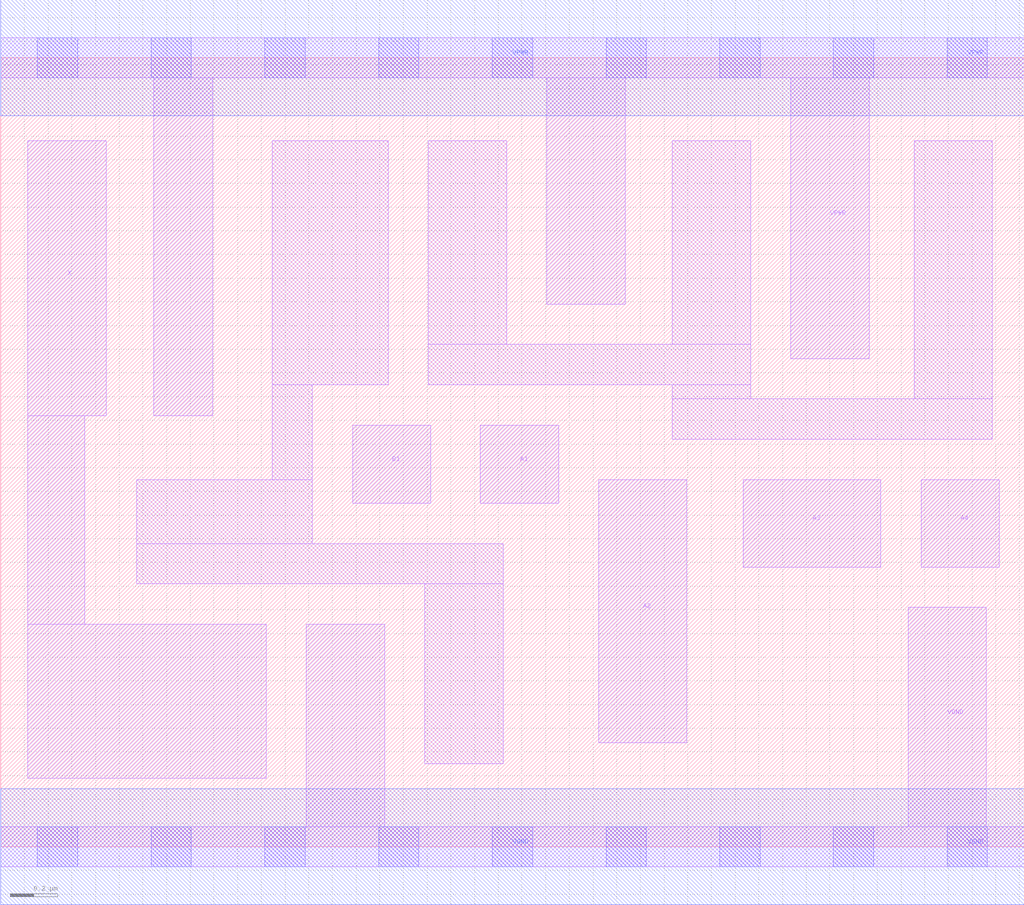
<source format=lef>
# Copyright 2020 The SkyWater PDK Authors
#
# Licensed under the Apache License, Version 2.0 (the "License");
# you may not use this file except in compliance with the License.
# You may obtain a copy of the License at
#
#     https://www.apache.org/licenses/LICENSE-2.0
#
# Unless required by applicable law or agreed to in writing, software
# distributed under the License is distributed on an "AS IS" BASIS,
# WITHOUT WARRANTIES OR CONDITIONS OF ANY KIND, either express or implied.
# See the License for the specific language governing permissions and
# limitations under the License.
#
# SPDX-License-Identifier: Apache-2.0

VERSION 5.7 ;
  NAMESCASESENSITIVE ON ;
  NOWIREEXTENSIONATPIN ON ;
  DIVIDERCHAR "/" ;
  BUSBITCHARS "[]" ;
UNITS
  DATABASE MICRONS 200 ;
END UNITS
MACRO sky130_fd_sc_ms__a41o_1
  CLASS CORE ;
  SOURCE USER ;
  FOREIGN sky130_fd_sc_ms__a41o_1 ;
  ORIGIN  0.000000  0.000000 ;
  SIZE  4.320000 BY  3.330000 ;
  SYMMETRY X Y ;
  SITE unit ;
  PIN A1
    ANTENNAGATEAREA  0.291000 ;
    DIRECTION INPUT ;
    USE SIGNAL ;
    PORT
      LAYER li1 ;
        RECT 2.025000 1.450000 2.355000 1.780000 ;
    END
  END A1
  PIN A2
    ANTENNAGATEAREA  0.291000 ;
    DIRECTION INPUT ;
    USE SIGNAL ;
    PORT
      LAYER li1 ;
        RECT 2.525000 0.440000 2.895000 1.550000 ;
    END
  END A2
  PIN A3
    ANTENNAGATEAREA  0.291000 ;
    DIRECTION INPUT ;
    USE SIGNAL ;
    PORT
      LAYER li1 ;
        RECT 3.135000 1.180000 3.715000 1.550000 ;
    END
  END A3
  PIN A4
    ANTENNAGATEAREA  0.291000 ;
    DIRECTION INPUT ;
    USE SIGNAL ;
    PORT
      LAYER li1 ;
        RECT 3.885000 1.180000 4.215000 1.550000 ;
    END
  END A4
  PIN B1
    ANTENNAGATEAREA  0.291000 ;
    DIRECTION INPUT ;
    USE SIGNAL ;
    PORT
      LAYER li1 ;
        RECT 1.485000 1.450000 1.815000 1.780000 ;
    END
  END B1
  PIN X
    ANTENNADIFFAREA  1.024000 ;
    DIRECTION OUTPUT ;
    USE SIGNAL ;
    PORT
      LAYER li1 ;
        RECT 0.115000 0.290000 1.120000 0.940000 ;
        RECT 0.115000 0.940000 0.355000 1.820000 ;
        RECT 0.115000 1.820000 0.445000 2.980000 ;
    END
  END X
  PIN VGND
    DIRECTION INOUT ;
    USE GROUND ;
    PORT
      LAYER li1 ;
        RECT 0.000000 -0.085000 4.320000 0.085000 ;
        RECT 1.290000  0.085000 1.620000 0.940000 ;
        RECT 3.830000  0.085000 4.160000 1.010000 ;
      LAYER mcon ;
        RECT 0.155000 -0.085000 0.325000 0.085000 ;
        RECT 0.635000 -0.085000 0.805000 0.085000 ;
        RECT 1.115000 -0.085000 1.285000 0.085000 ;
        RECT 1.595000 -0.085000 1.765000 0.085000 ;
        RECT 2.075000 -0.085000 2.245000 0.085000 ;
        RECT 2.555000 -0.085000 2.725000 0.085000 ;
        RECT 3.035000 -0.085000 3.205000 0.085000 ;
        RECT 3.515000 -0.085000 3.685000 0.085000 ;
        RECT 3.995000 -0.085000 4.165000 0.085000 ;
      LAYER met1 ;
        RECT 0.000000 -0.245000 4.320000 0.245000 ;
    END
  END VGND
  PIN VPWR
    DIRECTION INOUT ;
    USE POWER ;
    PORT
      LAYER li1 ;
        RECT 0.000000 3.245000 4.320000 3.415000 ;
        RECT 0.645000 1.820000 0.895000 3.245000 ;
        RECT 2.305000 2.290000 2.635000 3.245000 ;
        RECT 3.335000 2.060000 3.665000 3.245000 ;
      LAYER mcon ;
        RECT 0.155000 3.245000 0.325000 3.415000 ;
        RECT 0.635000 3.245000 0.805000 3.415000 ;
        RECT 1.115000 3.245000 1.285000 3.415000 ;
        RECT 1.595000 3.245000 1.765000 3.415000 ;
        RECT 2.075000 3.245000 2.245000 3.415000 ;
        RECT 2.555000 3.245000 2.725000 3.415000 ;
        RECT 3.035000 3.245000 3.205000 3.415000 ;
        RECT 3.515000 3.245000 3.685000 3.415000 ;
        RECT 3.995000 3.245000 4.165000 3.415000 ;
      LAYER met1 ;
        RECT 0.000000 3.085000 4.320000 3.575000 ;
    END
  END VPWR
  OBS
    LAYER li1 ;
      RECT 0.575000 1.110000 2.120000 1.280000 ;
      RECT 0.575000 1.280000 1.315000 1.550000 ;
      RECT 1.145000 1.550000 1.315000 1.950000 ;
      RECT 1.145000 1.950000 1.635000 2.980000 ;
      RECT 1.790000 0.350000 2.120000 1.110000 ;
      RECT 1.805000 1.950000 3.165000 2.120000 ;
      RECT 1.805000 2.120000 2.135000 2.980000 ;
      RECT 2.835000 1.720000 4.185000 1.890000 ;
      RECT 2.835000 1.890000 3.165000 1.950000 ;
      RECT 2.835000 2.120000 3.165000 2.980000 ;
      RECT 3.855000 1.890000 4.185000 2.980000 ;
  END
END sky130_fd_sc_ms__a41o_1

</source>
